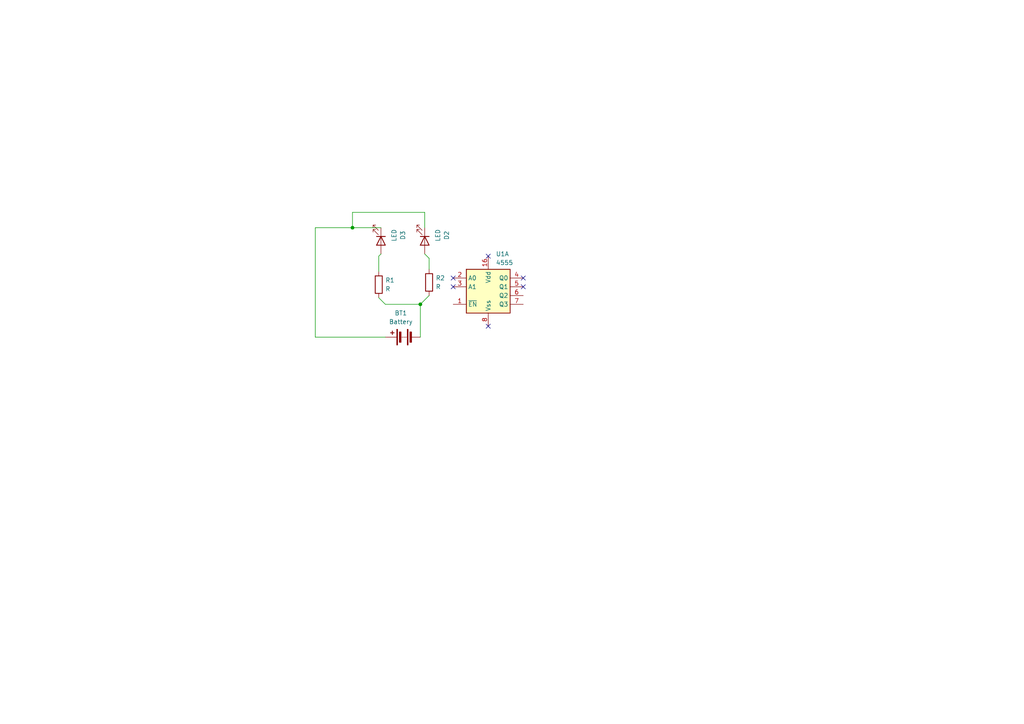
<source format=kicad_sch>
(kicad_sch (version 20230121) (generator eeschema)
  (paper "A4")
  (lib_symbols
    (symbol "4xxx_IEEE:4555"
      (property "Reference" "U" (at 6.35 8.89 0))
      (property "Value" "4555" (at 6.35 -7.62 0))
      (symbol "4555_0_1"
        (rectangle (start -6.35 6.35) (end 6.35 -6.35) (stroke (width 0.254)) (fill (type background)))
        (pin power_in line (at 0 10.16 270) (length 3.81) (name "Vdd") (number "16"))
        (pin power_in line (at 0 -10.16 90) (length 3.81) (name "Vss") (number "8"))
      )
      (symbol "4555_1_1"
        (pin input line (at -10.16 -3.81 0) (length 3.81) (name "~{EN}") (number "1"))
        (pin input line (at -10.16 3.81 0) (length 3.81) (name "A0") (number "2"))
        (pin input line (at -10.16 1.27 0) (length 3.81) (name "A1") (number "3"))
        (pin output line (at 10.16 3.81 180) (length 3.81) (name "Q0") (number "4"))
        (pin output line (at 10.16 1.27 180) (length 3.81) (name "Q1") (number "5"))
        (pin output line (at 10.16 -1.27 180) (length 3.81) (name "Q2") (number "6"))
        (pin output line (at 10.16 -3.81 180) (length 3.81) (name "Q3") (number "7"))
      )
      (symbol "4555_2_1"
        (pin output line (at 10.16 -1.27 180) (length 3.81) (name "Q2") (number "10"))
        (pin output line (at 10.16 1.27 180) (length 3.81) (name "Q1") (number "11"))
        (pin output line (at 10.16 3.81 180) (length 3.81) (name "Q0") (number "12"))
        (pin input line (at -10.16 1.27 0) (length 3.81) (name "A1") (number "13"))
        (pin input line (at -10.16 3.81 0) (length 3.81) (name "A0") (number "14"))
        (pin input line (at -10.16 -3.81 0) (length 3.81) (name "~{EN}") (number "15"))
        (pin output line (at 10.16 -3.81 180) (length 3.81) (name "Q3") (number "9"))
      )
    )
    (symbol "Device:Battery" (pin_numbers hide) (pin_names (offset 0) hide)
      (property "Reference" "BT" (at 2.54 2.54 0))
      (property "Value" "Battery" (at 2.54 0 0))
      (symbol "Battery_0_1"
        (rectangle (start -2.286 -1.27) (end 2.286 -1.524) (fill (type outline)))
        (rectangle (start -2.286 1.778) (end 2.286 1.524) (fill (type outline)))
        (rectangle (start -1.524 -2.032) (end 1.524 -2.54) (fill (type outline)))
        (rectangle (start -1.524 1.016) (end 1.524 0.508) (fill (type outline)))
        (polyline (pts (xy 0 -1.016) (xy 0 -0.762)))
        (polyline (pts (xy 0 -0.508) (xy 0 -0.254)))
        (polyline (pts (xy 0 0) (xy 0 0.254)))
        (polyline (pts (xy 0 1.778) (xy 0 2.54)))
        (polyline (pts (xy 0.762 3.048) (xy 1.778 3.048)) (stroke (width 0.254)))
        (polyline (pts (xy 1.27 3.556) (xy 1.27 2.54)) (stroke (width 0.254)))
      )
      (symbol "Battery_1_1"
        (pin passive line (at 0 5.08 270) (length 2.54) (name "+") (number "1"))
        (pin passive line (at 0 -5.08 90) (length 2.54) (name "-") (number "2"))
      )
    )
    (symbol "Device:LED" (pin_numbers hide) (pin_names (offset 1.016) hide)
      (property "Reference" "D" (at 0 2.54 0))
      (property "Value" "LED" (at 0 -2.54 0))
      (symbol "LED_0_1"
        (polyline (pts (xy -1.27 -1.27) (xy -1.27 1.27)) (stroke (width 0.254)))
        (polyline (pts (xy -1.27 0) (xy 1.27 0)))
        (polyline (pts (xy 1.27 -1.27) (xy 1.27 1.27) (xy -1.27 0) (xy 1.27 -1.27)) (stroke (width 0.254)))
        (polyline (pts (xy -3.048 -0.762) (xy -4.572 -2.286) (xy -3.81 -2.286) (xy -4.572 -2.286) (xy -4.572 -1.524)))
        (polyline (pts (xy -1.778 -0.762) (xy -3.302 -2.286) (xy -2.54 -2.286) (xy -3.302 -2.286) (xy -3.302 -1.524)))
      )
      (symbol "LED_1_1"
        (pin passive line (at -3.81 0 0) (length 2.54) (name "K") (number "1"))
        (pin passive line (at 3.81 0 180) (length 2.54) (name "A") (number "2"))
      )
    )
    (symbol "Device:R" (pin_numbers hide) (pin_names (offset 0))
      (property "Reference" "R" (at 2.032 0 90))
      (property "Value" "R" (at 0 0 90))
      (symbol "R_0_1"
        (rectangle (start -1.016 -2.54) (end 1.016 2.54) (stroke (width 0.254)))
      )
      (symbol "R_1_1"
        (pin passive line (at 0 3.81 270) (length 1.27) (name "~") (number "1"))
        (pin passive line (at 0 -3.81 90) (length 1.27) (name "~") (number "2"))
      )
    )
  )
  (junction (at 102.235 66.04))
  (junction (at 121.92 88.265))
  (no_connect (at 141.605 74.295))
  (no_connect (at 151.765 80.645))
  (no_connect (at 131.445 80.645))
  (no_connect (at 141.605 94.615))
  (no_connect (at 131.445 83.185))
  (no_connect (at 151.765 83.185))
  (wire (pts (xy 124.46 78.105) (xy 124.46 74.93)))
  (wire (pts (xy 91.44 97.79) (xy 111.76 97.79)))
  (wire (pts (xy 121.92 88.265) (xy 111.76 88.265)))
  (wire (pts (xy 121.92 88.265) (xy 124.46 85.725)))
  (wire (pts (xy 91.44 66.04) (xy 91.44 97.79)))
  (wire (pts (xy 109.855 74.295) (xy 110.49 73.66)))
  (wire (pts (xy 123.19 61.595) (xy 123.19 66.04)))
  (wire (pts (xy 109.855 78.74) (xy 109.855 74.295)))
  (wire (pts (xy 121.92 97.79) (xy 121.92 88.265)))
  (wire (pts (xy 111.76 88.265) (xy 109.855 86.36)))
  (wire (pts (xy 102.235 61.595) (xy 123.19 61.595)))
  (wire (pts (xy 91.44 66.04) (xy 102.235 66.04)))
  (wire (pts (xy 102.235 66.04) (xy 110.49 66.04)))
  (wire (pts (xy 102.235 61.595) (xy 102.235 66.04)))
  (wire (pts (xy 124.46 74.93) (xy 123.19 73.66)))
  (symbol (lib_id "Device:R") (at 109.855 82.55 0) (unit 1)
    (property "Reference" "R1" (at 111.76 81.28 0) (effects (justify left)))
    (property "Value" "R" (at 111.76 83.82 0) (effects (justify left)))
  )
  (symbol (lib_id "4xxx_IEEE:4555") (at 141.605 84.455 0) (unit 1)
    (property "Reference" "U1" (at 143.7991 73.66 0) (effects (justify left)))
    (property "Value" "4555" (at 143.7991 76.2 0) (effects (justify left)))
  )
  (symbol (lib_id "Device:Battery") (at 116.84 97.79 90) (unit 1)
    (property "Reference" "BT1" (at 116.2685 90.805 90))
    (property "Value" "Battery" (at 116.2685 93.345 90))
  )
  (symbol (lib_id "Device:LED") (at 123.19 69.85 270) (unit 1)
    (property "Reference" "D2" (at 129.54 68.2625 0))
    (property "Value" "LED" (at 127 68.2625 0))
  )
  (symbol (lib_id "Device:R") (at 124.46 81.915 0) (unit 1)
    (property "Reference" "R2" (at 126.365 80.645 0) (effects (justify left)))
    (property "Value" "R" (at 126.365 83.185 0) (effects (justify left)))
  )
  (symbol (lib_id "Device:LED") (at 110.49 69.85 270) (unit 1)
    (property "Reference" "D3" (at 116.84 68.2625 0))
    (property "Value" "LED" (at 114.3 68.2625 0))
  )
)
</source>
